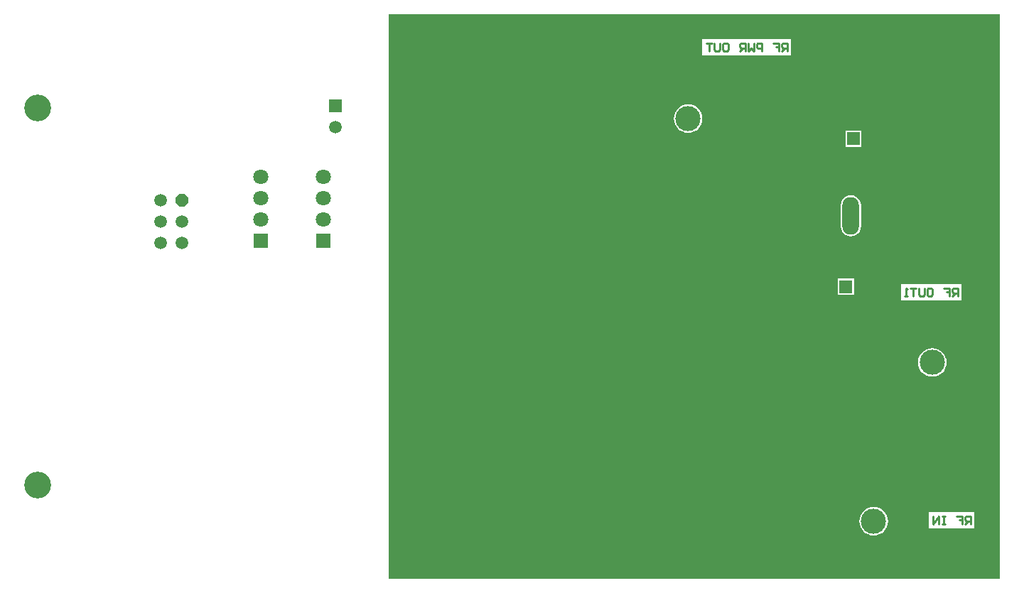
<source format=gbl>
%FSLAX25Y25*%
%MOIN*%
G70*
G01*
G75*
G04 Layer_Physical_Order=2*
G04 Layer_Color=16711680*
%ADD10O,0.08661X0.02362*%
%ADD11R,0.05709X0.02165*%
%ADD12R,0.05906X0.04331*%
%ADD13R,0.04331X0.05906*%
%ADD14O,0.05906X0.02362*%
%ADD15C,0.01969*%
%ADD16C,0.03150*%
%ADD17C,0.03937*%
%ADD18C,0.01181*%
%ADD19O,0.05512X0.01378*%
%ADD20R,0.16142X0.10236*%
%ADD21R,0.09449X0.10827*%
%ADD22R,0.04331X0.05906*%
G04:AMPARAMS|DCode=23|XSize=39.37mil|YSize=78.74mil|CornerRadius=9.84mil|HoleSize=0mil|Usage=FLASHONLY|Rotation=90.000|XOffset=0mil|YOffset=0mil|HoleType=Round|Shape=RoundedRectangle|*
%AMROUNDEDRECTD23*
21,1,0.03937,0.05906,0,0,90.0*
21,1,0.01969,0.07874,0,0,90.0*
1,1,0.01969,0.02953,0.00984*
1,1,0.01969,0.02953,-0.00984*
1,1,0.01969,-0.02953,-0.00984*
1,1,0.01969,-0.02953,0.00984*
%
%ADD23ROUNDEDRECTD23*%
G04:AMPARAMS|DCode=24|XSize=2559.05mil|YSize=551.18mil|CornerRadius=137.8mil|HoleSize=0mil|Usage=FLASHONLY|Rotation=90.000|XOffset=0mil|YOffset=0mil|HoleType=Round|Shape=RoundedRectangle|*
%AMROUNDEDRECTD24*
21,1,2.55905,0.27559,0,0,90.0*
21,1,2.28347,0.55118,0,0,90.0*
1,1,0.27559,0.13780,1.14173*
1,1,0.27559,0.13780,-1.14173*
1,1,0.27559,-0.13780,-1.14173*
1,1,0.27559,-0.13780,1.14173*
%
%ADD24ROUNDEDRECTD24*%
%ADD25R,0.03543X0.03937*%
%ADD26R,0.03937X0.03543*%
%ADD27R,0.05906X0.03150*%
%ADD28R,0.04331X0.03937*%
%ADD29R,0.08661X0.03937*%
%ADD30R,0.03150X0.05906*%
%ADD31R,0.03937X0.04331*%
%ADD32R,0.03937X0.08661*%
%ADD33C,0.01575*%
%ADD34C,0.09843*%
%ADD35C,0.00984*%
%ADD36C,0.12598*%
%ADD37C,0.07087*%
%ADD38R,0.07087X0.07087*%
%ADD39P,0.06392X8X292.5*%
%ADD40C,0.05906*%
%ADD41R,0.05906X0.05906*%
%ADD42R,0.05906X0.05906*%
%ADD43C,0.11811*%
%ADD44C,0.05906*%
%ADD45O,0.15748X0.07874*%
%ADD46O,0.07874X0.15748*%
%ADD47O,0.07874X0.17716*%
%ADD48C,0.03150*%
%ADD49C,0.12992*%
%ADD50C,0.03543*%
G36*
X471095Y1405D02*
X184405D01*
Y266595D01*
X471095D01*
Y1405D01*
D02*
G37*
%LPC*%
G36*
X439500Y109725D02*
X438188Y109596D01*
X436926Y109213D01*
X435764Y108592D01*
X434745Y107755D01*
X433908Y106736D01*
X433287Y105574D01*
X432904Y104312D01*
X432775Y103000D01*
X432904Y101688D01*
X433287Y100426D01*
X433908Y99264D01*
X434745Y98245D01*
X435764Y97408D01*
X436926Y96787D01*
X438188Y96404D01*
X439500Y96275D01*
X440812Y96404D01*
X442074Y96787D01*
X443236Y97408D01*
X444255Y98245D01*
X445092Y99264D01*
X445713Y100426D01*
X446096Y101688D01*
X446225Y103000D01*
X446096Y104312D01*
X445713Y105574D01*
X445092Y106736D01*
X444255Y107755D01*
X443236Y108592D01*
X442074Y109213D01*
X440812Y109596D01*
X439500Y109725D01*
D02*
G37*
G36*
X453272Y139707D02*
X424802D01*
Y132228D01*
X453272D01*
Y139707D01*
D02*
G37*
G36*
X412008Y35233D02*
X410696Y35104D01*
X409434Y34721D01*
X408272Y34100D01*
X407252Y33263D01*
X406416Y32244D01*
X405794Y31082D01*
X405412Y29820D01*
X405283Y28508D01*
X405412Y27196D01*
X405794Y25934D01*
X406416Y24771D01*
X407252Y23752D01*
X408272Y22916D01*
X409434Y22295D01*
X410696Y21912D01*
X412008Y21783D01*
X413320Y21912D01*
X414581Y22295D01*
X415744Y22916D01*
X416763Y23752D01*
X417600Y24771D01*
X418221Y25934D01*
X418604Y27196D01*
X418733Y28508D01*
X418604Y29820D01*
X418221Y31082D01*
X417600Y32244D01*
X416763Y33263D01*
X415744Y34100D01*
X414581Y34721D01*
X413320Y35104D01*
X412008Y35233D01*
D02*
G37*
G36*
X459272Y32707D02*
X438018D01*
Y25228D01*
X459272D01*
Y32707D01*
D02*
G37*
G36*
X325000Y224225D02*
X323688Y224096D01*
X322426Y223713D01*
X321264Y223092D01*
X320245Y222255D01*
X319408Y221236D01*
X318787Y220074D01*
X318404Y218812D01*
X318275Y217500D01*
X318404Y216188D01*
X318787Y214926D01*
X319408Y213764D01*
X320245Y212744D01*
X321264Y211908D01*
X322426Y211287D01*
X323688Y210904D01*
X325000Y210775D01*
X326312Y210904D01*
X327574Y211287D01*
X328736Y211908D01*
X329755Y212744D01*
X330592Y213764D01*
X331213Y214926D01*
X331596Y216188D01*
X331725Y217500D01*
X331596Y218812D01*
X331213Y220074D01*
X330592Y221236D01*
X329755Y222255D01*
X328736Y223092D01*
X327574Y223713D01*
X326312Y224096D01*
X325000Y224225D01*
D02*
G37*
G36*
X373272Y254707D02*
X331683D01*
Y247228D01*
X373272D01*
Y254707D01*
D02*
G37*
G36*
X406240Y211740D02*
X398760D01*
Y204260D01*
X406240D01*
Y211740D01*
D02*
G37*
G36*
X402740Y142331D02*
X395260D01*
Y134850D01*
X402740D01*
Y142331D01*
D02*
G37*
G36*
X401339Y181501D02*
X400105Y181339D01*
X398956Y180863D01*
X397969Y180106D01*
X397212Y179119D01*
X396736Y177970D01*
X396573Y176736D01*
Y166894D01*
X396736Y165660D01*
X397212Y164511D01*
X397969Y163524D01*
X398956Y162767D01*
X400105Y162291D01*
X401339Y162128D01*
X402572Y162291D01*
X403721Y162767D01*
X404708Y163524D01*
X405465Y164511D01*
X405941Y165660D01*
X406104Y166894D01*
Y176736D01*
X405941Y177970D01*
X405465Y179119D01*
X404708Y180106D01*
X403721Y180863D01*
X402572Y181339D01*
X401339Y181501D01*
D02*
G37*
%LPD*%
D35*
X457500Y27000D02*
Y30936D01*
X455532D01*
X454876Y30280D01*
Y28968D01*
X455532Y28312D01*
X457500D01*
X456188D02*
X454876Y27000D01*
X450940Y30936D02*
X453564D01*
Y28968D01*
X452252D01*
X453564D01*
Y27000D01*
X445693Y30936D02*
X444381D01*
X445037D01*
Y27000D01*
X445693D01*
X444381D01*
X442413D02*
Y30936D01*
X439789Y27000D01*
Y30936D01*
X451500Y134000D02*
Y137936D01*
X449532D01*
X448876Y137280D01*
Y135968D01*
X449532Y135312D01*
X451500D01*
X450188D02*
X448876Y134000D01*
X444940Y137936D02*
X447564D01*
Y135968D01*
X446252D01*
X447564D01*
Y134000D01*
X437725Y137936D02*
X439037D01*
X439693Y137280D01*
Y134656D01*
X439037Y134000D01*
X437725D01*
X437069Y134656D01*
Y137280D01*
X437725Y137936D01*
X435757D02*
Y134656D01*
X435101Y134000D01*
X433789D01*
X433133Y134656D01*
Y137936D01*
X431821D02*
X429198D01*
X430509D01*
Y134000D01*
X427886D02*
X426574D01*
X427230D01*
Y137936D01*
X427886Y137280D01*
X371500Y249000D02*
Y252936D01*
X369532D01*
X368876Y252280D01*
Y250968D01*
X369532Y250312D01*
X371500D01*
X370188D02*
X368876Y249000D01*
X364940Y252936D02*
X367564D01*
Y250968D01*
X366252D01*
X367564D01*
Y249000D01*
X359693D02*
Y252936D01*
X357725D01*
X357069Y252280D01*
Y250968D01*
X357725Y250312D01*
X359693D01*
X355757Y252936D02*
Y249000D01*
X354445Y250312D01*
X353133Y249000D01*
Y252936D01*
X351821Y249000D02*
Y252936D01*
X349853D01*
X349198Y252280D01*
Y250968D01*
X349853Y250312D01*
X351821D01*
X350509D02*
X349198Y249000D01*
X341982Y252936D02*
X343294D01*
X343950Y252280D01*
Y249656D01*
X343294Y249000D01*
X341982D01*
X341326Y249656D01*
Y252280D01*
X341982Y252936D01*
X340014D02*
Y249656D01*
X339358Y249000D01*
X338046D01*
X337390Y249656D01*
Y252936D01*
X336078D02*
X333454D01*
X334766D01*
Y249000D01*
D36*
X453035Y222583D02*
D03*
Y45417D02*
D03*
X19965Y222583D02*
D03*
Y45417D02*
D03*
D37*
X124500Y190000D02*
D03*
Y180000D02*
D03*
Y170000D02*
D03*
X154000Y190000D02*
D03*
Y180000D02*
D03*
Y170000D02*
D03*
D38*
X124500Y160000D02*
D03*
X154000D02*
D03*
D39*
X87500Y179000D02*
D03*
D40*
Y169000D02*
D03*
Y159000D02*
D03*
X77500Y179000D02*
D03*
Y169000D02*
D03*
Y159000D02*
D03*
X159500Y213500D02*
D03*
X412500Y208000D02*
D03*
X389000Y138591D02*
D03*
X417874Y191500D02*
D03*
X410000D02*
D03*
X425748Y167878D02*
D03*
Y175752D02*
D03*
X401339Y166894D02*
D03*
Y167681D02*
D03*
Y168468D02*
D03*
Y169256D02*
D03*
Y170043D02*
D03*
Y170831D02*
D03*
Y171618D02*
D03*
Y172406D02*
D03*
Y173193D02*
D03*
Y173980D02*
D03*
Y174768D02*
D03*
Y175555D02*
D03*
X425748Y167878D02*
D03*
Y168665D02*
D03*
Y169453D02*
D03*
Y170240D02*
D03*
Y171028D02*
D03*
Y171815D02*
D03*
Y172602D02*
D03*
Y173390D02*
D03*
Y174177D02*
D03*
Y174965D02*
D03*
X410000Y191500D02*
D03*
X410787D02*
D03*
X411575D02*
D03*
X412362D02*
D03*
X413150D02*
D03*
X413937D02*
D03*
X414724D02*
D03*
X415512D02*
D03*
X416299D02*
D03*
X417087D02*
D03*
D41*
X159500Y223500D02*
D03*
D42*
X402500Y208000D02*
D03*
X399000Y138591D02*
D03*
D43*
X429016Y11500D02*
D03*
X395000Y45516D02*
D03*
Y11500D02*
D03*
X429016Y45516D02*
D03*
X412008Y28508D02*
D03*
X325000Y217500D02*
D03*
X342008Y234508D02*
D03*
X307992Y200492D02*
D03*
Y234508D02*
D03*
X342008Y200492D02*
D03*
X456508Y85992D02*
D03*
X422492Y120008D02*
D03*
Y85992D02*
D03*
X456508Y120008D02*
D03*
X439500Y103000D02*
D03*
D44*
X401339Y176736D02*
D03*
Y166894D02*
D03*
D45*
X413937Y191500D02*
D03*
D46*
X425748Y171815D02*
D03*
D47*
X401339D02*
D03*
D48*
X275500Y234591D02*
D03*
X265500D02*
D03*
X245500D02*
D03*
X235500D02*
D03*
X255500D02*
D03*
X275500Y224590D02*
D03*
X265500D02*
D03*
X245500D02*
D03*
X235500D02*
D03*
X255500D02*
D03*
X275500Y214591D02*
D03*
X265500D02*
D03*
X245500D02*
D03*
X235500D02*
D03*
X255500D02*
D03*
X275500Y204591D02*
D03*
X265500D02*
D03*
X245500D02*
D03*
X235500D02*
D03*
X255500D02*
D03*
X275500Y194591D02*
D03*
X265500D02*
D03*
X245500D02*
D03*
X235500D02*
D03*
X255500D02*
D03*
X275500Y184591D02*
D03*
X265500D02*
D03*
X245500D02*
D03*
X235500D02*
D03*
X255500D02*
D03*
X275500Y174591D02*
D03*
X265500D02*
D03*
X245500D02*
D03*
X235500D02*
D03*
X255500D02*
D03*
X275500Y164591D02*
D03*
X265500D02*
D03*
X245500D02*
D03*
X235500D02*
D03*
X255500D02*
D03*
X275500Y154591D02*
D03*
X265500D02*
D03*
X245500D02*
D03*
X235500D02*
D03*
X255500D02*
D03*
X275500Y144591D02*
D03*
X265500D02*
D03*
X245500D02*
D03*
X235500D02*
D03*
X255500D02*
D03*
X275500Y134591D02*
D03*
X265500D02*
D03*
X245500D02*
D03*
X235500D02*
D03*
X255500D02*
D03*
X275500Y124591D02*
D03*
X265500D02*
D03*
X245500D02*
D03*
X235500D02*
D03*
X255500D02*
D03*
X275500Y114591D02*
D03*
X265500D02*
D03*
X245500D02*
D03*
X235500D02*
D03*
X255500D02*
D03*
X275500Y104591D02*
D03*
X265500D02*
D03*
X245500D02*
D03*
X235500D02*
D03*
X255500D02*
D03*
X275500Y94591D02*
D03*
X265500D02*
D03*
X245500D02*
D03*
X235500D02*
D03*
X255500D02*
D03*
X275500Y84591D02*
D03*
X265500D02*
D03*
X245500D02*
D03*
X235500D02*
D03*
X255500D02*
D03*
X275500Y74590D02*
D03*
X265500D02*
D03*
X245500D02*
D03*
X235500D02*
D03*
X255500D02*
D03*
X275500Y64591D02*
D03*
X265500D02*
D03*
X245500D02*
D03*
X235500D02*
D03*
X255500D02*
D03*
X275500Y54590D02*
D03*
X265500D02*
D03*
X245500D02*
D03*
X235500D02*
D03*
X255500D02*
D03*
X275500Y44591D02*
D03*
X265500D02*
D03*
X245500D02*
D03*
X235500D02*
D03*
X255500D02*
D03*
X275500Y34591D02*
D03*
X265500D02*
D03*
X245500D02*
D03*
X235500D02*
D03*
X255500D02*
D03*
X275500Y24590D02*
D03*
X265500D02*
D03*
X235500Y14591D02*
D03*
X245500D02*
D03*
X265500D02*
D03*
X275500D02*
D03*
X235500Y24590D02*
D03*
X245500D02*
D03*
X235500Y244590D02*
D03*
X245500D02*
D03*
X265500D02*
D03*
X275500D02*
D03*
X235500Y254591D02*
D03*
X245500D02*
D03*
X265500D02*
D03*
X275500D02*
D03*
D49*
X255500Y247779D02*
D03*
Y21402D02*
D03*
D50*
X308500Y61590D02*
D03*
X300000Y62090D02*
D03*
X292000D02*
D03*
X308500Y34091D02*
D03*
X300000D02*
D03*
X292000D02*
D03*
X329000Y70591D02*
D03*
X319500Y70091D02*
D03*
X328500Y10591D02*
D03*
X318500D02*
D03*
X300000Y125091D02*
D03*
X306000Y81590D02*
D03*
X332000Y138091D02*
D03*
X319500D02*
D03*
X309000D02*
D03*
X320000Y203000D02*
D03*
X330500D02*
D03*
X348500Y218000D02*
D03*
X342000Y27500D02*
D03*
X350000D02*
D03*
X353500Y18500D02*
D03*
X362000Y14500D02*
D03*
X370000D02*
D03*
X378500D02*
D03*
X386000D02*
D03*
X405000D02*
D03*
X414500D02*
D03*
X436000Y28500D02*
D03*
X419000Y44000D02*
D03*
X410000D02*
D03*
X403500Y53500D02*
D03*
X414500D02*
D03*
X425500D02*
D03*
X438500Y55500D02*
D03*
X445500Y61500D02*
D03*
X452000Y68500D02*
D03*
X456000Y96500D02*
D03*
Y108000D02*
D03*
X423000D02*
D03*
Y96500D02*
D03*
X411000Y82000D02*
D03*
X402000Y80000D02*
D03*
X379500Y78500D02*
D03*
X370000Y71500D02*
D03*
X363500Y65000D02*
D03*
M02*

</source>
